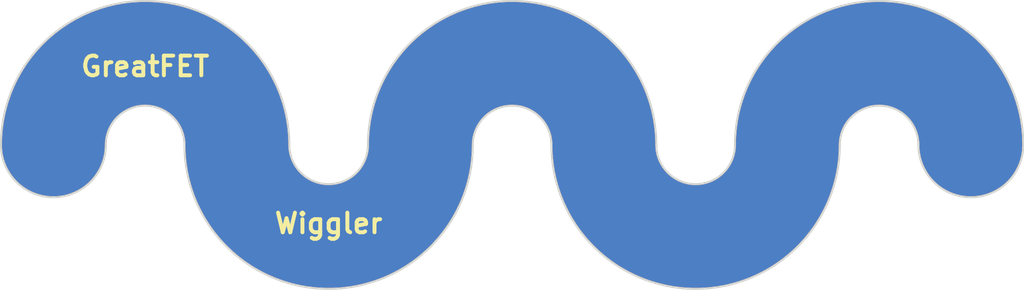
<source format=kicad_pcb>
(kicad_pcb (version 20221018) (generator pcbnew)

  (general
    (thickness 1.6)
  )

  (paper "A4")
  (layers
    (0 "F.Cu" signal)
    (31 "B.Cu" signal)
    (32 "B.Adhes" user "B.Adhesive")
    (33 "F.Adhes" user "F.Adhesive")
    (34 "B.Paste" user)
    (35 "F.Paste" user)
    (36 "B.SilkS" user "B.Silkscreen")
    (37 "F.SilkS" user "F.Silkscreen")
    (38 "B.Mask" user)
    (39 "F.Mask" user)
    (40 "Dwgs.User" user "User.Drawings")
    (41 "Cmts.User" user "User.Comments")
    (42 "Eco1.User" user "User.Eco1")
    (43 "Eco2.User" user "User.Eco2")
    (44 "Edge.Cuts" user)
    (45 "Margin" user)
    (46 "B.CrtYd" user "B.Courtyard")
    (47 "F.CrtYd" user "F.Courtyard")
    (48 "B.Fab" user)
    (49 "F.Fab" user)
  )

  (setup
    (pad_to_mask_clearance 0.2)
    (pcbplotparams
      (layerselection 0x0001020_80000001)
      (plot_on_all_layers_selection 0x0000000_00000000)
      (disableapertmacros false)
      (usegerberextensions false)
      (usegerberattributes true)
      (usegerberadvancedattributes true)
      (creategerberjobfile true)
      (dashed_line_dash_ratio 12.000000)
      (dashed_line_gap_ratio 3.000000)
      (svgprecision 4)
      (plotframeref false)
      (viasonmask false)
      (mode 1)
      (useauxorigin false)
      (hpglpennumber 1)
      (hpglpenspeed 20)
      (hpglpendiameter 15.000000)
      (dxfpolygonmode true)
      (dxfimperialunits true)
      (dxfusepcbnewfont true)
      (psnegative false)
      (psa4output false)
      (plotreference true)
      (plotvalue true)
      (plotinvisibletext false)
      (sketchpadsonfab false)
      (subtractmaskfromsilk false)
      (outputformat 1)
      (mirror false)
      (drillshape 0)
      (scaleselection 1)
      (outputdirectory "gerber")
    )
  )

  (net 0 "")

  (gr_arc (start 132 100) (mid 125 107) (end 118 100)
    (stroke (width 0.2) (type solid)) (layer "Cmts.User") (tstamp 3d4c9bac-baf0-425f-a429-224c61e7faef))
  (gr_arc (start 160 100) (mid 167 93) (end 174 100)
    (stroke (width 0.2) (type solid)) (layer "Cmts.User") (tstamp 839addb1-0b75-40f5-bcb4-ca9265f59b3e))
  (gr_arc (start 132 100) (mid 139 93) (end 146 100)
    (stroke (width 0.2) (type solid)) (layer "Cmts.User") (tstamp 86ff18d1-7d38-45e0-97a9-d9f12d5b8a0d))
  (gr_arc (start 160 100) (mid 153 107) (end 146 100)
    (stroke (width 0.2) (type solid)) (layer "Cmts.User") (tstamp aa97ec19-4337-4b60-be41-eb22ebafef8e))
  (gr_arc (start 104 100) (mid 111 93) (end 118 100)
    (stroke (width 0.2) (type solid)) (layer "Cmts.User") (tstamp eef008ce-dcfa-47b4-a50d-bcdf96b25439))
  (gr_arc (start 156 100) (mid 153 103) (end 150 100)
    (stroke (width 0.15) (type solid)) (layer "Edge.Cuts") (tstamp 28f18e0f-e14e-421f-b579-47c1ec2403ce))
  (gr_arc (start 108 100) (mid 111 97) (end 114 100)
    (stroke (width 0.15) (type solid)) (layer "Edge.Cuts") (tstamp 2e5dfd3d-eb1f-469e-ac1b-cdeaa16a3d12))
  (gr_arc (start 100 100) (mid 111 89) (end 122 100)
    (stroke (width 0.15) (type solid)) (layer "Edge.Cuts") (tstamp 375a4c01-520d-467a-a88e-0cc085f0bd29))
  (gr_arc (start 164 100) (mid 153 111) (end 142 100)
    (stroke (width 0.15) (type solid)) (layer "Edge.Cuts") (tstamp 69af3454-0089-4501-8bf5-f11372600a49))
  (gr_arc (start 108 100) (mid 104 104) (end 100 100)
    (stroke (width 0.15) (type solid)) (layer "Edge.Cuts") (tstamp 7882bf1e-61f7-4db8-b607-8becdc9201e4))
  (gr_arc (start 178 100) (mid 174 104) (end 170 100)
    (stroke (width 0.15) (type solid)) (layer "Edge.Cuts") (tstamp a3104423-d403-45ec-860c-cef9c9c1b3b6))
  (gr_arc (start 156 100) (mid 167 89) (end 178 100)
    (stroke (width 0.15) (type solid)) (layer "Edge.Cuts") (tstamp c92e48b4-7797-4ac7-a2f2-be51aadc0e71))
  (gr_arc (start 128 100) (mid 125 103) (end 122 100)
    (stroke (width 0.15) (type solid)) (layer "Edge.Cuts") (tstamp c9557585-887e-464e-83b5-5e3cfc9db611))
  (gr_arc (start 136 100) (mid 139 97) (end 142 100)
    (stroke (width 0.15) (type solid)) (layer "Edge.Cuts") (tstamp ca552a71-5d6a-44cb-8134-910f87fe344a))
  (gr_arc (start 164 100) (mid 167 97) (end 170 100)
    (stroke (width 0.15) (type solid)) (layer "Edge.Cuts") (tstamp cf3bb0be-1af5-4041-b579-85017c459275))
  (gr_arc (start 136 100) (mid 125 111) (end 114 100)
    (stroke (width 0.15) (type solid)) (layer "Edge.Cuts") (tstamp df7f3a4d-a7f9-4681-9eec-b7414282cb68))
  (gr_arc (start 128 100) (mid 139 89) (end 150 100)
    (stroke (width 0.15) (type solid)) (layer "Edge.Cuts") (tstamp ebfc3f7c-7cb4-4a8e-95c5-cd5574b0fe69))
  (gr_text "GreatFET" (at 111 94) (layer "F.SilkS") (tstamp 351f9c04-5139-43b9-a599-19e7e6f8a91c)
    (effects (font (size 1.5 1.5) (thickness 0.3)))
  )
  (gr_text "Wiggler" (at 125 106) (layer "F.SilkS") (tstamp be69c119-6e77-4f80-941a-212d595b7372)
    (effects (font (size 1.5 1.5) (thickness 0.3)))
  )

  (zone (net 0) (net_name "") (layer "F.Cu") (tstamp 00000000-0000-0000-0000-00005a9c15db) (hatch edge 0.508)
    (connect_pads (clearance 0.5))
    (min_thickness 6) (filled_areas_thickness no)
    (fill yes (thermal_gap 0.5) (thermal_bridge_width 8) (smoothing fillet) (radius 0.5))
    (polygon
      (pts
        (xy 100 104)
        (xy 108 104)
        (xy 108 100)
        (xy 114 100)
        (xy 114 111)
        (xy 136 111)
        (xy 136 100)
        (xy 142 100)
        (xy 142 111)
        (xy 164 111)
        (xy 164 100)
        (xy 170 100)
        (xy 170 104)
        (xy 178 104)
        (xy 178 89)
        (xy 156 89)
        (xy 156 100)
        (xy 150 100)
        (xy 150 89)
        (xy 128 89)
        (xy 128 100)
        (xy 122 100)
        (xy 122 89)
        (xy 100 89)
      )
    )
    (filled_polygon
      (layer "F.Cu")
      (island)
      (pts
        (xy 111.368113 89.082931)
        (xy 111.560773 89.094365)
        (xy 111.925664 89.116019)
        (xy 112.014202 89.123912)
        (xy 112.08495 89.132338)
        (xy 112.568846 89.189975)
        (xy 112.656713 89.203092)
        (xy 112.793811 89.227732)
        (xy 113.206453 89.301896)
        (xy 113.29343 89.320204)
        (xy 113.836346 89.451397)
        (xy 113.922065 89.474819)
        (xy 114.456285 89.637954)
        (xy 114.540455 89.66641)
        (xy 115.06406 89.860902)
        (xy 115.146409 89.894299)
        (xy 115.657578 90.11947)
        (xy 115.737779 90.157675)
        (xy 116.002707 90.293653)
        (xy 116.234719 90.412738)
        (xy 116.312558 90.455651)
        (xy 116.793479 90.739681)
        (xy 116.868625 90.787121)
        (xy 117.331888 91.099152)
        (xy 117.404093 91.150961)
        (xy 117.848051 91.489883)
        (xy 117.917077 91.545892)
        (xy 118.340171 91.910514)
        (xy 118.405756 91.970513)
        (xy 118.806505 92.359557)
        (xy 118.86841 92.423324)
        (xy 119.245419 92.835437)
        (xy 119.303443 92.902766)
        (xy 119.479409 93.119628)
        (xy 119.65537 93.336484)
        (xy 119.709306 93.407136)
        (xy 120.034918 93.860934)
        (xy 120.084579 93.934663)
        (xy 120.382735 94.406954)
        (xy 120.427936 94.483489)
        (xy 120.697594 94.972618)
        (xy 120.738185 95.051704)
        (xy 120.978381 95.555926)
        (xy 121.014212 95.637269)
        (xy 121.224132 96.154871)
        (xy 121.255076 96.238178)
        (xy 121.327126 96.451293)
        (xy 121.433961 96.7673)
        (xy 121.459921 96.852313)
        (xy 121.607142 97.39109)
        (xy 121.628021 97.477494)
        (xy 121.743067 98.024048)
        (xy 121.75879 98.111533)
        (xy 121.841258 98.663959)
        (xy 121.85177 98.752212)
        (xy 121.875296 99.016109)
        (xy 121.901365 99.308531)
        (xy 121.906631 99.397264)
        (xy 121.914766 99.671652)
        (xy 121.9245 100)
        (xy 121.9245 100.166749)
        (xy 121.940194 100.311047)
        (xy 121.960558 100.498291)
        (xy 122.032251 100.823998)
        (xy 122.138736 101.140033)
        (xy 122.27876 101.442691)
        (xy 122.278776 101.44272)
        (xy 122.450702 101.728464)
        (xy 122.450708 101.728472)
        (xy 122.652521 101.993953)
        (xy 122.652531 101.993965)
        (xy 122.881867 102.236072)
        (xy 122.881873 102.236077)
        (xy 122.881874 102.236078)
        (xy 123.136053 102.45198)
        (xy 123.412085 102.639135)
        (xy 123.706734 102.795348)
        (xy 124.016546 102.918788)
        (xy 124.18981 102.966894)
        (xy 124.337875 103.008005)
        (xy 124.337877 103.008005)
        (xy 124.337887 103.008008)
        (xy 124.666992 103.061962)
        (xy 124.955292 103.077593)
        (xy 124.999999 103.080017)
        (xy 125 103.080017)
        (xy 125.000001 103.080017)
        (xy 125.044708 103.077593)
        (xy 125.333008 103.061962)
        (xy 125.662113 103.008008)
        (xy 125.983454 102.918788)
        (xy 126.293266 102.795348)
        (xy 126.587915 102.639135)
        (xy 126.863947 102.45198)
        (xy 127.118126 102.236078)
        (xy 127.347472 101.993961)
        (xy 127.549296 101.728466)
        (xy 127.721232 101.442706)
        (xy 127.861264 101.140032)
        (xy 127.96775 100.823992)
        (xy 128.039442 100.498291)
        (xy 128.0755 100.166749)
        (xy 128.0755 100)
        (xy 128.093368 99.397251)
        (xy 128.098632 99.308555)
        (xy 128.148232 98.752179)
        (xy 128.158741 98.663959)
        (xy 128.174665 98.557294)
        (xy 128.241209 98.111533)
        (xy 128.256932 98.024048)
        (xy 128.260722 98.006046)
        (xy 128.371978 97.477491)
        (xy 128.392852 97.391108)
        (xy 128.540079 96.852308)
        (xy 128.566029 96.767327)
        (xy 128.744933 96.238148)
        (xy 128.775855 96.154902)
        (xy 128.985787 95.637269)
        (xy 129.021603 95.555958)
        (xy 129.261825 95.051682)
        (xy 129.302386 94.972654)
        (xy 129.572063 94.483487)
        (xy 129.617255 94.406967)
        (xy 129.915438 93.934635)
        (xy 129.965081 93.860934)
        (xy 130.290693 93.407136)
        (xy 130.344617 93.336498)
        (xy 130.696572 92.902747)
        (xy 130.754558 92.835462)
        (xy 131.131605 92.423306)
        (xy 131.193481 92.359569)
        (xy 131.594246 91.97051)
        (xy 131.659816 91.910524)
        (xy 132.08294 91.545876)
        (xy 132.15193 91.489896)
        (xy 132.595929 91.150944)
        (xy 132.668095 91.099163)
        (xy 133.131389 90.787111)
        (xy 133.206505 90.73969)
        (xy 133.687453 90.455643)
        (xy 133.76528 90.412738)
        (xy 133.785136 90.402546)
        (xy 134.262233 90.157669)
        (xy 134.342408 90.119476)
        (xy 134.853602 89.894293)
        (xy 134.935939 89.860902)
        (xy 135.014242 89.831816)
        (xy 135.459557 89.666405)
        (xy 135.543704 89.637957)
        (xy 136.077943 89.474816)
        (xy 136.163646 89.451398)
        (xy 136.365064 89.402727)
        (xy 136.706569 89.320204)
        (xy 136.793546 89.301896)
        (xy 137.195632 89.22963)
        (xy 137.343291 89.203091)
        (xy 137.431148 89.189975)
        (xy 137.9556 89.127508)
        (xy 137.985797 89.123912)
        (xy 138.074336 89.116019)
        (xy 138.439227 89.094365)
        (xy 138.631886 89.082931)
        (xy 138.720732 89.080298)
        (xy 139.279268 89.080298)
        (xy 139.368113 89.082931)
        (xy 139.560773 89.094365)
        (xy 139.925664 89.116019)
        (xy 140.014202 89.123912)
        (xy 140.08495 89.132338)
        (xy 140.568846 89.189975)
        (xy 140.656713 89.203092)
        (xy 140.793811 89.227732)
        (xy 141.206453 89.301896)
        (xy 141.29343 89.320204)
        (xy 141.836346 89.451397)
        (xy 141.922065 89.474819)
        (xy 142.456285 89.637954)
        (xy 142.540455 89.66641)
        (xy 143.06406 89.860902)
        (xy 143.146409 89.894299)
        (xy 143.657578 90.11947)
        (xy 143.737779 90.157675)
        (xy 144.002707 90.293653)
        (xy 144.234719 90.412738)
        (xy 144.312558 90.455651)
        (xy 144.793479 90.739681)
        (xy 144.868625 90.787121)
        (xy 145.331888 91.099152)
        (xy 145.404093 91.150961)
        (xy 145.848051 91.489883)
        (xy 145.917077 91.545892)
        (xy 146.340171 91.910514)
        (xy 146.405756 91.970513)
        (xy 146.806505 92.359557)
        (xy 146.86841 92.423324)
        (xy 147.245419 92.835437)
        (xy 147.303443 92.902766)
        (xy 147.479409 93.119628)
        (xy 147.65537 93.336484)
        (xy 147.709306 93.407136)
        (xy 148.034918 93.860934)
        (xy 148.084579 93.934663)
        (xy 148.382735 94.406954)
        (xy 148.427936 94.483489)
        (xy 148.697594 94.972618)
        (xy 148.738185 95.051704)
        (xy 148.978381 95.555926)
        (xy 149.014212 95.637269)
        (xy 149.224132 96.154871)
        (xy 149.255076 96.238178)
        (xy 149.327126 96.451293)
        (xy 149.433961 96.7673)
        (xy 149.459921 96.852313)
        (xy 149.607142 97.39109)
        (xy 149.628021 97.477494)
        (xy 149.743067 98.024048)
        (xy 149.75879 98.111533)
        (xy 149.841258 98.663959)
        (xy 149.85177 98.752212)
        (xy 149.875296 99.016109)
        (xy 149.901365 99.308531)
        (xy 149.906631 99.397264)
        (xy 149.914766 99.671652)
        (xy 149.9245 100)
        (xy 149.9245 100.166749)
        (xy 149.940194 100.311047)
        (xy 149.960558 100.498291)
        (xy 150.032251 100.823998)
        (xy 150.138736 101.140033)
        (xy 150.27876 101.442691)
        (xy 150.278776 101.44272)
        (xy 150.450702 101.728464)
        (xy 150.450708 101.728472)
        (xy 150.652521 101.993953)
        (xy 150.652531 101.993965)
        (xy 150.881867 102.236072)
        (xy 150.881873 102.236077)
        (xy 150.881874 102.236078)
        (xy 151.136053 102.45198)
        (xy 151.412085 102.639135)
        (xy 151.706734 102.795348)
        (xy 152.016546 102.918788)
        (xy 152.18981 102.966894)
        (xy 152.337875 103.008005)
        (xy 152.337877 103.008005)
        (xy 152.337887 103.008008)
        (xy 152.666992 103.061962)
        (xy 152.955292 103.077593)
        (xy 152.999999 103.080017)
        (xy 153 103.080017)
        (xy 153.000001 103.080017)
        (xy 153.044708 103.077593)
        (xy 153.333008 103.061962)
        (xy 153.662113 103.008008)
        (xy 153.983454 102.918788)
        (xy 154.293266 102.795348)
        (xy 154.587915 102.639135)
        (xy 154.863947 102.45198)
        (xy 155.118126 102.236078)
        (xy 155.347472 101.993961)
        (xy 155.549296 101.728466)
        (xy 155.721232 101.442706)
        (xy 155.861264 101.140032)
        (xy 155.96775 100.823992)
        (xy 156.039442 100.498291)
        (xy 156.0755 100.166749)
        (xy 156.0755 100)
        (xy 156.0755 99.999972)
        (xy 156.085207 99.67256)
        (xy 156.093369 99.397248)
        (xy 156.098632 99.308557)
        (xy 156.148232 98.752179)
        (xy 156.158741 98.663959)
        (xy 156.174665 98.557294)
        (xy 156.241209 98.111533)
        (xy 156.256932 98.024048)
        (xy 156.260722 98.006046)
        (xy 156.371978 97.477491)
        (xy 156.392852 97.391108)
        (xy 156.540079 96.852308)
        (xy 156.566029 96.767327)
        (xy 156.744933 96.238148)
        (xy 156.775855 96.154902)
        (xy 156.985787 95.637269)
        (xy 157.021603 95.555958)
        (xy 157.261825 95.051682)
        (xy 157.302386 94.972654)
        (xy 157.572063 94.483487)
        (xy 157.617255 94.406967)
        (xy 157.915438 93.934635)
        (xy 157.965081 93.860934)
        (xy 158.290693 93.407136)
        (xy 158.344617 93.336498)
        (xy 158.696572 92.902747)
        (xy 158.754558 92.835462)
        (xy 159.131605 92.423306)
        (xy 159.193481 92.359569)
        (xy 159.594246 91.97051)
        (xy 159.659816 91.910524)
        (xy 160.08294 91.545876)
        (xy 160.15193 91.489896)
        (xy 160.595929 91.150944)
        (xy 160.668095 91.099163)
        (xy 161.131389 90.787111)
        (xy 161.206505 90.73969)
        (xy 161.687453 90.455643)
        (xy 161.76528 90.412738)
        (xy 161.785136 90.402546)
        (xy 162.262233 90.157669)
        (xy 162.342408 90.119476)
        (xy 162.853602 89.894293)
        (xy 162.935939 89.860902)
        (xy 163.014242 89.831816)
        (xy 163.459557 89.666405)
        (xy 163.543704 89.637957)
        (xy 164.077943 89.474816)
        (xy 164.163646 89.451398)
        (xy 164.365064 89.402727)
        (xy 164.706569 89.320204)
        (xy 164.793546 89.301896)
        (xy 165.195632 89.22963)
        (xy 165.343291 89.203091)
        (xy 165.431148 89.189975)
        (xy 165.9556 89.127508)
        (xy 165.985797 89.123912)
        (xy 166.074336 89.116019)
        (xy 166.439227 89.094365)
        (xy 166.631886 89.082931)
        (xy 166.720732 89.080298)
        (xy 167.279268 89.080298)
        (xy 167.368113 89.082931)
        (xy 167.560773 89.094365)
        (xy 167.925664 89.116019)
        (xy 168.014202 89.123912)
        (xy 168.08495 89.132338)
        (xy 168.568846 89.189975)
        (xy 168.656713 89.203092)
        (xy 168.793811 89.227732)
        (xy 169.206453 89.301896)
        (xy 169.29343 89.320204)
        (xy 169.836346 89.451397)
        (xy 169.922065 89.474819)
        (xy 170.456285 89.637954)
        (xy 170.540455 89.66641)
        (xy 171.06406 89.860902)
        (xy 171.146409 89.894299)
        (xy 171.657578 90.11947)
        (xy 171.737779 90.157675)
        (xy 172.002707 90.293653)
        (xy 172.234719 90.412738)
        (xy 172.312558 90.455651)
        (xy 172.793479 90.739681)
        (xy 172.868625 90.787121)
        (xy 173.331888 91.099152)
        (xy 173.404093 91.150961)
        (xy 173.848051 91.489883)
        (xy 173.917077 91.545892)
        (xy 174.340171 91.910514)
        (xy 174.405756 91.970513)
        (xy 174.806505 92.359557)
        (xy 174.86841 92.423324)
        (xy 175.245419 92.835437)
        (xy 175.303443 92.902766)
        (xy 175.479409 93.119628)
        (xy 175.65537 93.336484)
        (xy 175.709306 93.407136)
        (xy 176.034918 93.860934)
        (xy 176.084579 93.934663)
        (xy 176.382735 94.406954)
        (xy 176.427936 94.483489)
        (xy 176.697594 94.972618)
        (xy 176.738185 95.051704)
        (xy 176.978381 95.555926)
        (xy 177.014212 95.637269)
        (xy 177.224132 96.154871)
        (xy 177.255076 96.238178)
        (xy 177.327126 96.451293)
        (xy 177.433961 96.7673)
        (xy 177.459921 96.852313)
        (xy 177.607142 97.39109)
        (xy 177.628021 97.477494)
        (xy 177.743067 98.024048)
        (xy 177.75879 98.111533)
        (xy 177.841258 98.663959)
        (xy 177.85177 98.752212)
        (xy 177.875296 99.016109)
        (xy 177.901365 99.308532)
        (xy 177.906631 99.397264)
        (xy 177.922749 99.940952)
        (xy 177.921601 100.059013)
        (xy 177.909219 100.311045)
        (xy 177.894788 100.457568)
        (xy 177.859909 100.692709)
        (xy 177.831181 100.837137)
        (xy 177.773418 101.067734)
        (xy 177.730677 101.208629)
        (xy 177.650596 101.432441)
        (xy 177.59425 101.568471)
        (xy 177.49262 101.783353)
        (xy 177.423204 101.91322)
        (xy 177.300991 102.117118)
        (xy 177.219199 102.239528)
        (xy 177.077593 102.430466)
        (xy 176.984179 102.544291)
        (xy 176.898219 102.639135)
        (xy 176.824541 102.720426)
        (xy 176.720426 102.824541)
        (xy 176.544297 102.984175)
        (xy 176.430466 103.077593)
        (xy 176.239528 103.219199)
        (xy 176.117118 103.300991)
        (xy 175.91322 103.423204)
        (xy 175.783353 103.49262)
        (xy 175.568471 103.59425)
        (xy 175.432441 103.650596)
        (xy 175.208629 103.730677)
        (xy 175.067734 103.773418)
        (xy 174.874874 103.821727)
        (xy 174.837133 103.831181)
        (xy 174.692709 103.859909)
        (xy 174.457567 103.894788)
        (xy 174.311041 103.909219)
        (xy 174.073622 103.920883)
        (xy 173.926379 103.920883)
        (xy 173.688959 103.909219)
        (xy 173.542433 103.894788)
        (xy 173.360739 103.867837)
        (xy 173.307286 103.859908)
        (xy 173.16287 103.831182)
        (xy 173.072735 103.808605)
        (xy 172.932265 103.773418)
        (xy 172.79137 103.730677)
        (xy 172.567558 103.650596)
        (xy 172.431528 103.59425)
        (xy 172.310354 103.536939)
        (xy 172.216634 103.492613)
        (xy 172.086779 103.423204)
        (xy 171.882881 103.300991)
        (xy 171.760471 103.219199)
        (xy 171.625279 103.118936)
        (xy 171.569523 103.077584)
        (xy 171.455717 102.984187)
        (xy 171.279563 102.824531)
        (xy 171.175468 102.720436)
        (xy 171.01581 102.54428)
        (xy 170.922416 102.430479)
        (xy 170.867528 102.35647)
        (xy 170.7808 102.239528)
        (xy 170.699008 102.117118)
        (xy 170.576795 101.91322)
        (xy 170.507389 101.783372)
        (xy 170.405749 101.568471)
        (xy 170.349403 101.432441)
        (xy 170.31491 101.33604)
        (xy 170.26932 101.208625)
        (xy 170.226581 101.067734)
        (xy 170.200077 100.961925)
        (xy 170.168813 100.837114)
        (xy 170.140094 100.692729)
        (xy 170.105211 100.457564)
        (xy 170.090781 100.311062)
        (xy 170.077305 100.036751)
        (xy 170.0755 99.963187)
        (xy 170.0755 99.833253)
        (xy 170.058023 99.67256)
        (xy 170.039442 99.501709)
        (xy 169.96775 99.176008)
        (xy 169.861264 98.859968)
        (xy 169.801647 98.731107)
        (xy 169.721239 98.557308)
        (xy 169.721235 98.557302)
        (xy 169.721232 98.557294)
        (xy 169.549296 98.271534)
        (xy 169.549291 98.271527)
        (xy 169.347478 98.006046)
        (xy 169.347468 98.006034)
        (xy 169.118132 97.763927)
        (xy 169.058805 97.713534)
        (xy 168.863947 97.54802)
        (xy 168.587915 97.360865)
        (xy 168.293266 97.204652)
        (xy 168.293265 97.204651)
        (xy 168.293264 97.204651)
        (xy 168.153145 97.148823)
        (xy 167.983454 97.081212)
        (xy 167.98345 97.081211)
        (xy 167.983448 97.08121)
        (xy 167.662124 96.991994)
        (xy 167.662114 96.991992)
        (xy 167.662113 96.991992)
        (xy 167.333008 96.938038)
        (xy 167.333002 96.938037)
        (xy 167.332998 96.938037)
        (xy 167.000001 96.919983)
        (xy 166.999999 96.919983)
        (xy 166.667002 96.938037)
        (xy 166.667001 96.938037)
        (xy 166.666996 96.938037)
        (xy 166.666992 96.938038)
        (xy 166.337887 96.991992)
        (xy 166.337875 96.991994)
        (xy 166.016551 97.08121)
        (xy 165.706735 97.204651)
        (xy 165.412081 97.360867)
        (xy 165.136054 97.548019)
        (xy 164.881867 97.763927)
        (xy 164.652531 98.006034)
        (xy 164.652521 98.006046)
        (xy 164.450708 98.271527)
        (xy 164.450702 98.271535)
        (xy 164.278776 98.557279)
        (xy 164.27876 98.557308)
        (xy 164.138736 98.859966)
        (xy 164.032251 99.176001)
        (xy 163.960558 99.501708)
        (xy 163.9245 99.833253)
        (xy 163.9245 100.000002)
        (xy 163.906631 100.602735)
        (xy 163.901365 100.691468)
        (xy 163.889551 100.823992)
        (xy 163.861377 101.140033)
        (xy 163.851772 101.247771)
        (xy 163.841258 101.33604)
        (xy 163.75879 101.888466)
        (xy 163.743067 101.975951)
        (xy 163.628021 102.522505)
        (xy 163.607142 102.608909)
        (xy 163.459921 103.147686)
        (xy 163.433961 103.232699)
        (xy 163.410873 103.300991)
        (xy 163.301075 103.625765)
        (xy 163.255085 103.761798)
        (xy 163.224132 103.845128)
        (xy 163.014212 104.36273)
        (xy 162.978381 104.444073)
        (xy 162.738185 104.948295)
        (xy 162.697594 105.027381)
        (xy 162.427936 105.51651)
        (xy 162.382735 105.593045)
        (xy 162.084579 106.065336)
        (xy 162.034918 106.139065)
        (xy 161.709306 106.592863)
        (xy 161.65537 106.663515)
        (xy 161.303449 107.097226)
        (xy 161.245419 107.164562)
        (xy 160.868422 107.576663)
        (xy 160.806505 107.640442)
        (xy 160.405756 108.029486)
        (xy 160.340171 108.089485)
        (xy 159.917077 108.454107)
        (xy 159.848051 108.510116)
        (xy 159.404093 108.849038)
        (xy 159.331872 108.900858)
        (xy 158.868631 109.212874)
        (xy 158.793464 109.260327)
        (xy 158.312558 109.544348)
        (xy 158.234719 109.587261)
        (xy 157.737797 109.842315)
        (xy 157.65755 109.880541)
        (xy 157.401987 109.993117)
        (xy 157.146431 110.105691)
        (xy 157.06406 110.139097)
        (xy 156.540455 110.333589)
        (xy 156.456254 110.362055)
        (xy 156.04374 110.488024)
        (xy 155.922093 110.525172)
        (xy 155.836346 110.548602)
        (xy 155.29343 110.679795)
        (xy 155.206453 110.698103)
        (xy 154.656722 110.796905)
        (xy 154.568812 110.810028)
        (xy 154.400849 110.830034)
        (xy 154.014204 110.876087)
        (xy 153.925668 110.88398)
        (xy 153.540248 110.906852)
        (xy 153.368108 110.917068)
        (xy 153.279269 110.919702)
        (xy 152.720731 110.919702)
        (xy 152.631891 110.917068)
        (xy 152.450934 110.906329)
        (xy 152.074331 110.88398)
        (xy 151.985795 110.876087)
        (xy 151.646647 110.835692)
        (xy 151.431182 110.810028)
        (xy 151.343277 110.796905)
        (xy 150.793546 110.698103)
        (xy 150.706569 110.679795)
        (xy 150.163653 110.548602)
        (xy 150.077912 110.525173)
        (xy 149.543734 110.362052)
        (xy 149.459544 110.333589)
        (xy 148.935939 110.139097)
        (xy 148.853568 110.105691)
        (xy 148.342436 109.880536)
        (xy 148.262202 109.842315)
        (xy 147.76528 109.587261)
        (xy 147.687441 109.544348)
        (xy 147.206535 109.260327)
        (xy 147.131368 109.212874)
        (xy 147.031668 109.145721)
        (xy 146.668118 108.900851)
        (xy 146.595906 108.849038)
        (xy 146.151948 108.510116)
        (xy 146.082922 108.454107)
        (xy 145.659828 108.089485)
        (xy 145.594243 108.029486)
        (xy 145.193494 107.640442)
        (xy 145.131589 107.576676)
        (xy 144.754573 107.164553)
        (xy 144.69655 107.097226)
        (xy 144.602732 106.981604)
        (xy 144.344629 106.663515)
        (xy 144.290693 106.592863)
        (xy 143.965081 106.139065)
        (xy 143.915428 106.065348)
        (xy 143.617264 105.593045)
        (xy 143.572063 105.51651)
        (xy 143.47162 105.334317)
        (xy 143.302393 105.027358)
        (xy 143.261814 104.948295)
        (xy 143.021609 104.444053)
        (xy 142.985787 104.36273)
        (xy 142.841268 104.006388)
        (xy 142.775859 103.845108)
        (xy 142.744929 103.76184)
        (xy 142.566032 103.232682)
        (xy 142.540078 103.147686)
        (xy 142.438253 102.775041)
        (xy 142.392854 102.608899)
        (xy 142.371978 102.522505)
        (xy 142.311686 102.236072)
        (xy 142.25693 101.975945)
        (xy 142.241209 101.888466)
        (xy 142.174667 101.44272)
        (xy 142.15874 101.336033)
        (xy 142.148232 101.247816)
        (xy 142.098632 100.691446)
        (xy 142.093368 100.602746)
        (xy 142.0755 100)
        (xy 142.0755 99.975469)
        (xy 142.0755 99.833251)
        (xy 142.039442 99.501709)
        (xy 141.96775 99.176008)
        (xy 141.861264 98.859968)
        (xy 141.801647 98.731107)
        (xy 141.721239 98.557308)
        (xy 141.721235 98.557302)
        (xy 141.721232 98.557294)
        (xy 141.549296 98.271534)
        (xy 141.549291 98.271527)
        (xy 141.347478 98.006046)
        (xy 141.347468 98.006034)
        (xy 141.118132 97.763927)
        (xy 141.058805 97.713534)
        (xy 140.863947 97.54802)
        (xy 140.587915 97.360865)
        (xy 140.293266 97.204652)
        (xy 140.293265 97.204651)
        (xy 140.293264 97.204651)
        (xy 140.153145 97.148823)
        (xy 139.983454 97.081212)
        (xy 139.98345 97.081211)
        (xy 139.983448 97.08121)
        (xy 139.662124 96.991994)
        (xy 139.662114 96.991992)
        (xy 139.662113 96.991992)
        (xy 139.333008 96.938038)
        (xy 139.333002 96.938037)
        (xy 139.332998 96.938037)
        (xy 139.000001 96.919983)
        (xy 138.999999 96.919983)
        (xy 138.667002 96.938037)
        (xy 138.667001 96.938037)
        (xy 138.666996 96.938037)
        (xy 138.666992 96.938038)
        (xy 138.337887 96.991992)
        (xy 138.337875 96.991994)
        (xy 138.016551 97.08121)
        (xy 137.706735 97.204651)
        (xy 137.412081 97.360867)
        (xy 137.136054 97.548019)
        (xy 136.881867 97.763927)
        (xy 136.652531 98.006034)
        (xy 136.652521 98.006046)
        (xy 136.450708 98.271527)
        (xy 136.450702 98.271535)
        (xy 136.278776 98.557279)
        (xy 136.27876 98.557308)
        (xy 136.138736 98.859966)
        (xy 136.032251 99.176001)
        (xy 135.960558 99.501708)
        (xy 135.9245 99.833253)
        (xy 135.9245 100.000002)
        (xy 135.906631 100.602735)
        (xy 135.901365 100.691468)
        (xy 135.889551 100.823992)
        (xy 135.861377 101.140033)
        (xy 135.851772 101.247771)
        (xy 135.841258 101.33604)
        (xy 135.75879 101.888466)
        (xy 135.743067 101.975951)
        (xy 135.628021 102.522505)
        (xy 135.607142 102.608909)
        (xy 135.459921 103.147686)
        (xy 135.433961 103.232699)
        (xy 135.410873 103.300991)
        (xy 135.301075 103.625765)
        (xy 135.255085 103.761798)
        (xy 135.224132 103.845128)
        (xy 135.014212 104.36273)
        (xy 134.978381 104.444073)
        (xy 134.738185 104.948295)
        (xy 134.697594 105.027381)
        (xy 134.427936 105.51651)
        (xy 134.382735 105.593045)
        (xy 134.084579 106.065336)
        (xy 134.034918 106.139065)
        (xy 133.709306 106.592863)
        (xy 133.65537 106.663515)
        (xy 133.303449 107.097226)
        (xy 133.245419 107.164562)
        (xy 132.868422 107.576663)
        (xy 132.806505 107.640442)
        (xy 132.405756 108.029486)
        (xy 132.340171 108.089485)
        (xy 131.917077 108.454107)
        (xy 131.848051 108.510116)
        (xy 131.404093 108.849038)
        (xy 131.331872 108.900858)
        (xy 130.868631 109.212874)
        (xy 130.793464 109.260327)
        (xy 130.312558 109.544348)
        (xy 130.234719 109.587261)
        (xy 129.737797 109.842315)
        (xy 129.65755 109.880541)
        (xy 129.401987 109.993117)
        (xy 129.146431 110.105691)
        (xy 129.06406 110.139097)
        (xy 128.540455 110.333589)
        (xy 128.456254 110.362055)
        (xy 128.04374 110.488024)
        (xy 127.922093 110.525172)
        (xy 127.836346 110.548602)
        (xy 127.29343 110.679795)
        (xy 127.206453 110.698103)
        (xy 126.656722 110.796905)
        (xy 126.568812 110.810028)
        (xy 126.400849 110.830034)
        (xy 126.014204 110.876087)
        (xy 125.925668 110.88398)
        (xy 125.540248 110.906852)
        (xy 125.368108 110.917068)
        (xy 125.279269 110.919702)
        (xy 124.720731 110.919702)
        (xy 124.631891 110.917068)
        (xy 124.450934 110.906329)
        (xy 124.074331 110.88398)
        (xy 123.985795 110.876087)
        (xy 123.646647 110.835692)
        (xy 123.431182 110.810028)
        (xy 123.343277 110.796905)
        (xy 122.793546 110.698103)
        (xy 122.706569 110.679795)
        (xy 122.163653 110.548602)
        (xy 122.077912 110.525173)
        (xy 121.543734 110.362052)
        (xy 121.459544 110.333589)
        (xy 120.935939 110.139097)
        (xy 120.853568 110.105691)
        (xy 120.342436 109.880536)
        (xy 120.262202 109.842315)
        (xy 119.76528 109.587261)
        (xy 119.687441 109.544348)
        (xy 119.206535 109.260327)
        (xy 119.131368 109.212874)
        (xy 119.031668 109.145721)
        (xy 118.668118 108.900851)
        (xy 118.595906 108.849038)
        (xy 118.151948 108.510116)
        (xy 118.082922 108.454107)
        (xy 117.659828 108.089485)
        (xy 117.594243 108.029486)
        (xy 117.193494 107.640442)
        (xy 117.131589 107.576676)
        (xy 116.754573 107.164553)
        (xy 116.69655 107.097226)
        (xy 116.602732 106.981604)
        (xy 116.344629 106.663515)
        (xy 116.290693 106.592863)
        (xy 115.965081 106.139065)
        (xy 115.915428 106.065348)
        (xy 115.617264 105.593045)
        (xy 115.572063 105.51651)
        (xy 115.47162 105.334317)
        (xy 115.302393 105.027358)
        (xy 115.261814 104.948295)
        (xy 115.021609 104.444053)
        (xy 114.985787 104.36273)
        (xy 114.841268 104.006388)
        (xy 114.775859 103.845108)
        (xy 114.744929 103.76184)
        (xy 114.566032 103.232682)
        (xy 114.540078 103.147686)
        (xy 114.438253 102.775041)
        (xy 114.392854 102.608899)
        (xy 114.371978 102.522505)
        (xy 114.311686 102.236072)
        (xy 114.25693 101.975945)
        (xy 114.241209 101.888466)
        (xy 114.174667 101.44272)
        (xy 114.15874 101.336033)
        (xy 114.148232 101.247816)
        (xy 114.098632 100.691446)
        (xy 114.093368 100.602746)
        (xy 114.0755 100)
        (xy 114.0755 99.975469)
        (xy 114.0755 99.833251)
        (xy 114.039442 99.501709)
        (xy 113.96775 99.176008)
        (xy 113.861264 98.859968)
        (xy 113.801647 98.731107)
        (xy 113.721239 98.557308)
        (xy 113.721235 98.557302)
        (xy 113.721232 98.557294)
        (xy 113.549296 98.271534)
        (xy 113.549291 98.271527)
        (xy 113.347478 98.006046)
        (xy 113.347468 98.006034)
        (xy 113.118132 97.763927)
        (xy 113.058805 97.713534)
        (xy 112.863947 97.54802)
        (xy 112.587915 97.360865)
        (xy 112.293266 97.204652)
        (xy 112.293265 97.204651)
        (xy 112.293264 97.204651)
        (xy 112.153145 97.148823)
        (xy 111.983454 97.081212)
        (xy 111.98345 97.081211)
        (xy 111.983448 97.08121)
        (xy 111.662124 96.991994)
        (xy 111.662114 96.991992)
        (xy 111.662113 96.991992)
        (xy 111.333008 96.938038)
        (xy 111.333002 96.938037)
        (xy 111.332998 96.938037)
        (xy 111.000001 96.919983)
        (xy 110.999999 96.919983)
        (xy 110.667002 96.938037)
        (xy 110.667001 96.938037)
        (xy 110.666996 96.938037)
        (xy 110.666992 96.938038)
        (xy 110.337887 96.991992)
        (xy 110.337875 96.991994)
        (xy 110.016551 97.08121)
        (xy 109.706735 97.204651)
        (xy 109.412081 97.360867)
        (xy 109.136054 97.548019)
        (xy 108.881867 97.763927)
        (xy 108.652531 98.006034)
        (xy 108.652521 98.006046)
        (xy 108.450708 98.271527)
        (xy 108.450702 98.271535)
        (xy 108.278776 98.557279)
        (xy 108.27876 98.557308)
        (xy 108.138736 98.859966)
        (xy 108.032251 99.176001)
        (xy 107.960558 99.501708)
        (xy 107.9245 99.833253)
        (xy 107.9245 99.963192)
        (xy 107.922693 100.036784)
        (xy 107.909219 100.311047)
        (xy 107.894788 100.457569)
        (xy 107.859909 100.692709)
        (xy 107.831181 100.837137)
        (xy 107.773418 101.067734)
        (xy 107.730677 101.208629)
        (xy 107.650596 101.432441)
        (xy 107.59425 101.568471)
        (xy 107.49262 101.783353)
        (xy 107.423204 101.91322)
        (xy 107.300991 102.117118)
        (xy 107.219199 102.239528)
        (xy 107.077593 102.430466)
        (xy 106.984179 102.544291)
        (xy 106.898219 102.639135)
        (xy 106.824541 102.720426)
        (xy 106.720426 102.824541)
        (xy 106.544297 102.984175)
        (xy 106.430466 103.077593)
        (xy 106.239528 103.219199)
        (xy 106.117118 103.300991)
        (xy 105.91322 103.423204)
        (xy 105.783353 103.49262)
        (xy 105.568471 103.59425)
        (xy 105.432441 103.650596)
        (xy 105.208629 103.730677)
        (xy 105.067734 103.773418)
        (xy 104.874874 103.821727)
        (xy 104.837133 103.831181)
        (xy 104.692709 103.859909)
        (xy 104.457567 103.894788)
        (xy 104.311041 103.909219)
        (xy 104.073622 103.920883)
        (xy 103.926379 103.920883)
        (xy 103.688959 103.909219)
        (xy 103.542433 103.894788)
        (xy 103.360739 103.867837)
        (xy 103.307286 103.859908)
        (xy 103.16287 103.831182)
        (xy 103.072735 103.808605)
        (xy 102.932265 103.773418)
        (xy 102.79137 103.730677)
        (xy 102.567558 103.650596)
        (xy 102.431528 103.59425)
        (xy 102.310354 103.536939)
        (xy 102.216634 103.492613)
        (xy 102.086779 103.423204)
        (xy 101.882881 103.300991)
        (xy 101.760471 103.219199)
        (xy 101.625279 103.118936)
        (xy 101.569523 103.077584)
        (xy 101.455717 102.984187)
        (xy 101.279563 102.824531)
        (xy 101.175468 102.720436)
        (xy 101.01581 102.54428)
        (xy 100.922416 102.430479)
        (xy 100.867528 102.35647)
        (xy 100.7808 102.239528)
        (xy 100.699008 102.117118)
        (xy 100.576795 101.91322)
        (xy 100.507389 101.783372)
        (xy 100.405749 101.568471)
        (xy 100.349403 101.432441)
        (xy 100.31491 101.33604)
        (xy 100.26932 101.208625)
        (xy 100.226581 101.067734)
        (xy 100.200077 100.961925)
        (xy 100.168813 100.837114)
        (xy 100.140094 100.692729)
        (xy 100.105209 100.457556)
        (xy 100.090782 100.311066)
        (xy 100.078397 100.058982)
        (xy 100.07725 99.940965)
        (xy 100.093369 99.397243)
        (xy 100.098632 99.308557)
        (xy 100.148232 98.752179)
        (xy 100.158741 98.663959)
        (xy 100.174665 98.557294)
        (xy 100.241209 98.111533)
        (xy 100.256932 98.024048)
        (xy 100.260722 98.006046)
        (xy 100.371978 97.477491)
        (xy 100.392852 97.391108)
        (xy 100.540079 96.852308)
        (xy 100.566029 96.767327)
        (xy 100.744933 96.238148)
        (xy 100.775855 96.154902)
        (xy 100.985787 95.637269)
        (xy 101.021603 95.555958)
        (xy 101.261825 95.051682)
        (xy 101.302386 94.972654)
        (xy 101.572063 94.483487)
        (xy 101.617255 94.406967)
        (xy 101.915438 93.934635)
        (xy 101.965081 93.860934)
        (xy 102.290693 93.407136)
        (xy 102.344617 93.336498)
        (xy 102.696572 92.902747)
        (xy 102.754558 92.835462)
        (xy 103.131605 92.423306)
        (xy 103.193481 92.359569)
        (xy 103.594246 91.97051)
        (xy 103.659816 91.910524)
        (xy 104.08294 91.545876)
        (xy 104.15193 91.489896)
        (xy 104.595929 91.150944)
        (xy 104.668095 91.099163)
        (xy 105.131389 90.787111)
        (xy 105.206505 90.73969)
        (xy 105.687453 90.455643)
        (xy 105.76528 90.412738)
        (xy 105.785136 90.402546)
        (xy 106.262233 90.157669)
        (xy 106.342408 90.119476)
        (xy 106.853602 89.894293)
        (xy 106.935939 89.860902)
        (xy 107.014242 89.831816)
        (xy 107.459557 89.666405)
        (xy 107.543704 89.637957)
        (xy 108.077943 89.474816)
        (xy 108.163646 89.451398)
        (xy 108.365064 89.402727)
        (xy 108.706569 89.320204)
        (xy 108.793546 89.301896)
        (xy 109.195632 89.22963)
        (xy 109.343291 89.203091)
        (xy 109.431148 89.189975)
        (xy 109.9556 89.127508)
        (xy 109.985797 89.123912)
        (xy 110.074336 89.116019)
        (xy 110.439227 89.094365)
        (xy 110.631886 89.082931)
        (xy 110.720732 89.080298)
        (xy 111.279268 89.080298)
      )
    )
  )
  (zone (net 0) (net_name "") (layer "B.Cu") (tstamp 00000000-0000-0000-0000-00005a9c1570) (hatch edge 0.508)
    (connect_pads (clearance 0.5))
    (min_thickness 6) (filled_areas_thickness no)
    (fill yes (thermal_gap 0.5) (thermal_bridge_width 8) (smoothing fillet) (radius 0.5))
    (polygon
      (pts
        (xy 100 104)
        (xy 108 104)
        (xy 108 100)
        (xy 114 100)
        (xy 114 111)
        (xy 136 111)
        (xy 136 100)
        (xy 142 100)
        (xy 142 111)
        (xy 164 111)
        (xy 164 100)
        (xy 170 100)
        (xy 170 104)
        (xy 178 104)
        (xy 178 89)
        (xy 156 89)
        (xy 156 100)
        (xy 150 100)
        (xy 150 89)
        (xy 128 89)
        (xy 128 100)
        (xy 122 100)
        (xy 122 89)
        (xy 100 89)
      )
    )
    (filled_polygon
      (layer "B.Cu")
      (island)
      (pts
        (xy 111.368113 89.082931)
        (xy 111.560773 89.094365)
        (xy 111.925664 89.116019)
        (xy 112.014202 89.123912)
        (xy 112.08495 89.132338)
        (xy 112.568846 89.189975)
        (xy 112.656713 89.203092)
        (xy 112.793811 89.227732)
        (xy 113.206453 89.301896)
        (xy 113.29343 89.320204)
        (xy 113.836346 89.451397)
        (xy 113.922065 89.474819)
        (xy 114.456285 89.637954)
        (xy 114.540455 89.66641)
        (xy 115.06406 89.860902)
        (xy 115.146409 89.894299)
        (xy 115.657578 90.11947)
        (xy 115.737779 90.157675)
        (xy 116.002707 90.293653)
        (xy 116.234719 90.412738)
        (xy 116.312558 90.455651)
        (xy 116.793479 90.739681)
        (xy 116.868625 90.787121)
        (xy 117.331888 91.099152)
        (xy 117.404093 91.150961)
        (xy 117.848051 91.489883)
        (xy 117.917077 91.545892)
        (xy 118.340171 91.910514)
        (xy 118.405756 91.970513)
        (xy 118.806505 92.359557)
        (xy 118.86841 92.423324)
        (xy 119.245419 92.835437)
        (xy 119.303443 92.902766)
        (xy 119.479409 93.119628)
        (xy 119.65537 93.336484)
        (xy 119.709306 93.407136)
        (xy 120.034918 93.860934)
        (xy 120.084579 93.934663)
        (xy 120.382735 94.406954)
        (xy 120.427936 94.483489)
        (xy 120.697594 94.972618)
        (xy 120.738185 95.051704)
        (xy 120.978381 95.555926)
        (xy 121.014212 95.637269)
        (xy 121.224132 96.154871)
        (xy 121.255076 96.238178)
        (xy 121.327126 96.451293)
        (xy 121.433961 96.7673)
        (xy 121.459921 96.852313)
        (xy 121.607142 97.39109)
        (xy 121.628021 97.477494)
        (xy 121.743067 98.024048)
        (xy 121.75879 98.111533)
        (xy 121.841258 98.663959)
        (xy 121.85177 98.752212)
        (xy 121.875296 99.016109)
        (xy 121.901365 99.308531)
        (xy 121.906631 99.397264)
        (xy 121.914766 99.671652)
        (xy 121.9245 100)
        (xy 121.9245 100.166749)
        (xy 121.940194 100.311047)
        (xy 121.960558 100.498291)
        (xy 122.032251 100.823998)
        (xy 122.138736 101.140033)
        (xy 122.27876 101.442691)
        (xy 122.278776 101.44272)
        (xy 122.450702 101.728464)
        (xy 122.450708 101.728472)
        (xy 122.652521 101.993953)
        (xy 122.652531 101.993965)
        (xy 122.881867 102.236072)
        (xy 122.881873 102.236077)
        (xy 122.881874 102.236078)
        (xy 123.136053 102.45198)
        (xy 123.412085 102.639135)
        (xy 123.706734 102.795348)
        (xy 124.016546 102.918788)
        (xy 124.18981 102.966894)
        (xy 124.337875 103.008005)
        (xy 124.337877 103.008005)
        (xy 124.337887 103.008008)
        (xy 124.666992 103.061962)
        (xy 124.955292 103.077593)
        (xy 124.999999 103.080017)
        (xy 125 103.080017)
        (xy 125.000001 103.080017)
        (xy 125.044708 103.077593)
        (xy 125.333008 103.061962)
        (xy 125.662113 103.008008)
        (xy 125.983454 102.918788)
        (xy 126.293266 102.795348)
        (xy 126.587915 102.639135)
        (xy 126.863947 102.45198)
        (xy 127.118126 102.236078)
        (xy 127.347472 101.993961)
        (xy 127.549296 101.728466)
        (xy 127.721232 101.442706)
        (xy 127.861264 101.140032)
        (xy 127.96775 100.823992)
        (xy 128.039442 100.498291)
        (xy 128.0755 100.166749)
        (xy 128.0755 100)
        (xy 128.093368 99.397251)
        (xy 128.098632 99.308555)
        (xy 128.148232 98.752179)
        (xy 128.158741 98.663959)
        (xy 128.174665 98.557294)
        (xy 128.241209 98.111533)
        (xy 128.256932 98.024048)
        (xy 128.260722 98.006046)
        (xy 128.371978 97.477491)
        (xy 128.392852 97.391108)
        (xy 128.540079 96.852308)
        (xy 128.566029 96.767327)
        (xy 128.744933 96.238148)
        (xy 128.775855 96.154902)
        (xy 128.985787 95.637269)
        (xy 129.021603 95.555958)
        (xy 129.261825 95.051682)
        (xy 129.302386 94.972654)
        (xy 129.572063 94.483487)
        (xy 129.617255 94.406967)
        (xy 129.915438 93.934635)
        (xy 129.965081 93.860934)
        (xy 130.290693 93.407136)
        (xy 130.344617 93.336498)
        (xy 130.696572 92.902747)
        (xy 130.754558 92.835462)
        (xy 131.131605 92.423306)
        (xy 131.193481 92.359569)
        (xy 131.594246 91.97051)
        (xy 131.659816 91.910524)
        (xy 132.08294 91.545876)
        (xy 132.15193 91.489896)
        (xy 132.595929 91.150944)
        (xy 132.668095 91.099163)
        (xy 133.131389 90.787111)
        (xy 133.206505 90.73969)
        (xy 133.687453 90.455643)
        (xy 133.76528 90.412738)
        (xy 133.785136 90.402546)
        (xy 134.262233 90.157669)
        (xy 134.342408 90.119476)
        (xy 134.853602 89.894293)
        (xy 134.935939 89.860902)
        (xy 135.014242 89.831816)
        (xy 135.459557 89.666405)
        (xy 135.543704 89.637957)
        (xy 136.077943 89.474816)
        (xy 136.163646 89.451398)
        (xy 136.365064 89.402727)
        (xy 136.706569 89.320204)
        (xy 136.793546 89.301896)
        (xy 137.195632 89.22963)
        (xy 137.343291 89.203091)
        (xy 137.431148 89.189975)
        (xy 137.9556 89.127508)
        (xy 137.985797 89.123912)
        (xy 138.074336 89.116019)
        (xy 138.439227 89.094365)
        (xy 138.631886 89.082931)
        (xy 138.720732 89.080298)
        (xy 139.279268 89.080298)
        (xy 139.368113 89.082931)
        (xy 139.560773 89.094365)
        (xy 139.925664 89.116019)
        (xy 140.014202 89.123912)
        (xy 140.08495 89.132338)
        (xy 140.568846 89.189975)
        (xy 140.656713 89.203092)
        (xy 140.793811 89.227732)
        (xy 141.206453 89.301896)
        (xy 141.29343 89.320204)
        (xy 141.836346 89.451397)
        (xy 141.922065 89.474819)
        (xy 142.456285 89.637954)
        (xy 142.540455 89.66641)
        (xy 143.06406 89.860902)
        (xy 143.146409 89.894299)
        (xy 143.657578 90.11947)
        (xy 143.737779 90.157675)
        (xy 144.002707 90.293653)
        (xy 144.234719 90.412738)
        (xy 144.312558 90.455651)
        (xy 144.793479 90.739681)
        (xy 144.868625 90.787121)
        (xy 145.331888 91.099152)
        (xy 145.404093 91.150961)
        (xy 145.848051 91.489883)
        (xy 145.917077 91.545892)
        (xy 146.340171 91.910514)
        (xy 146.405756 91.970513)
        (xy 146.806505 92.359557)
        (xy 146.86841 92.423324)
        (xy 147.245419 92.835437)
        (xy 147.303443 92.902766)
        (xy 147.479409 93.119628)
        (xy 147.65537 93.336484)
        (xy 147.709306 93.407136)
        (xy 148.034918 93.860934)
        (xy 148.084579 93.934663)
        (xy 148.382735 94.406954)
        (xy 148.427936 94.483489)
        (xy 148.697594 94.972618)
        (xy 148.738185 95.051704)
        (xy 148.978381 95.555926)
        (xy 149.014212 95.637269)
        (xy 149.224132 96.154871)
        (xy 149.255076 96.238178)
        (xy 149.327126 96.451293)
        (xy 149.433961 96.7673)
        (xy 149.459921 96.852313)
        (xy 149.607142 97.39109)
        (xy 149.628021 97.477494)
        (xy 149.743067 98.024048)
        (xy 149.75879 98.111533)
        (xy 149.841258 98.663959)
        (xy 149.85177 98.752212)
        (xy 149.875296 99.016109)
        (xy 149.901365 99.308531)
        (xy 149.906631 99.397264)
        (xy 149.914766 99.671652)
        (xy 149.9245 100)
        (xy 149.9245 100.166749)
        (xy 149.940194 100.311047)
        (xy 149.960558 100.498291)
        (xy 150.032251 100.823998)
        (xy 150.138736 101.140033)
        (xy 150.27876 101.442691)
        (xy 150.278776 101.44272)
        (xy 150.450702 101.728464)
        (xy 150.450708 101.728472)
        (xy 150.652521 101.993953)
        (xy 150.652531 101.993965)
        (xy 150.881867 102.236072)
        (xy 150.881873 102.236077)
        (xy 150.881874 102.236078)
        (xy 151.136053 102.45198)
        (xy 151.412085 102.639135)
        (xy 151.706734 102.795348)
        (xy 152.016546 102.918788)
        (xy 152.18981 102.966894)
        (xy 152.337875 103.008005)
        (xy 152.337877 103.008005)
        (xy 152.337887 103.008008)
        (xy 152.666992 103.061962)
        (xy 152.955292 103.077593)
        (xy 152.999999 103.080017)
        (xy 153 103.080017)
        (xy 153.000001 103.080017)
        (xy 153.044708 103.077593)
        (xy 153.333008 103.061962)
        (xy 153.662113 103.008008)
        (xy 153.983454 102.918788)
        (xy 154.293266 102.795348)
        (xy 154.587915 102.639135)
        (xy 154.863947 102.45198)
        (xy 155.118126 102.236078)
        (xy 155.347472 101.993961)
        (xy 155.549296 101.728466)
        (xy 155.721232 101.442706)
        (xy 155.861264 101.140032)
        (xy 155.96775 100.823992)
        (xy 156.039442 100.498291)
        (xy 156.0755 100.166749)
        (xy 156.0755 100)
        (xy 156.0755 99.999972)
        (xy 156.085207 99.67256)
        (xy 156.093369 99.397248)
        (xy 156.098632 99.308557)
        (xy 156.148232 98.752179)
        (xy 156.158741 98.663959)
        (xy 156.174665 98.557294)
        (xy 156.241209 98.111533)
        (xy 156.256932 98.024048)
        (xy 156.260722 98.006046)
        (xy 156.371978 97.477491)
        (xy 156.392852 97.391108)
        (xy 156.540079 96.852308)
        (xy 156.566029 96.767327)
        (xy 156.744933 96.238148)
        (xy 156.775855 96.154902)
        (xy 156.985787 95.637269)
        (xy 157.021603 95.555958)
        (xy 157.261825 95.051682)
        (xy 157.302386 94.972654)
        (xy 157.572063 94.483487)
        (xy 157.617255 94.406967)
        (xy 157.915438 93.934635)
        (xy 157.965081 93.860934)
        (xy 158.290693 93.407136)
        (xy 158.344617 93.336498)
        (xy 158.696572 92.902747)
        (xy 158.754558 92.835462)
        (xy 159.131605 92.423306)
        (xy 159.193481 92.359569)
        (xy 159.594246 91.97051)
        (xy 159.659816 91.910524)
        (xy 160.08294 91.545876)
        (xy 160.15193 91.489896)
        (xy 160.595929 91.150944)
        (xy 160.668095 91.099163)
        (xy 161.131389 90.787111)
        (xy 161.206505 90.73969)
        (xy 161.687453 90.455643)
        (xy 161.76528 90.412738)
        (xy 161.785136 90.402546)
        (xy 162.262233 90.157669)
        (xy 162.342408 90.119476)
        (xy 162.853602 89.894293)
        (xy 162.935939 89.860902)
        (xy 163.014242 89.831816)
        (xy 163.459557 89.666405)
        (xy 163.543704 89.637957)
        (xy 164.077943 89.474816)
        (xy 164.163646 89.451398)
        (xy 164.365064 89.402727)
        (xy 164.706569 89.320204)
        (xy 164.793546 89.301896)
        (xy 165.195632 89.22963)
        (xy 165.343291 89.203091)
        (xy 165.431148 89.189975)
        (xy 165.9556 89.127508)
        (xy 165.985797 89.123912)
        (xy 166.074336 89.116019)
        (xy 166.439227 89.094365)
        (xy 166.631886 89.082931)
        (xy 166.720732 89.080298)
        (xy 167.279268 89.080298)
        (xy 167.368113 89.082931)
        (xy 167.560773 89.094365)
        (xy 167.925664 89.116019)
        (xy 168.014202 89.123912)
        (xy 168.08495 89.132338)
        (xy 168.568846 89.189975)
        (xy 168.656713 89.203092)
        (xy 168.793811 89.227732)
        (xy 169.206453 89.301896)
        (xy 169.29343 89.320204)
        (xy 169.836346 89.451397)
        (xy 169.922065 89.474819)
        (xy 170.456285 89.637954)
        (xy 170.540455 89.66641)
        (xy 171.06406 89.860902)
        (xy 171.146409 89.894299)
        (xy 171.657578 90.11947)
        (xy 171.737779 90.157675)
        (xy 172.002707 90.293653)
        (xy 172.234719 90.412738)
        (xy 172.312558 90.455651)
        (xy 172.793479 90.739681)
        (xy 172.868625 90.787121)
        (xy 173.331888 91.099152)
        (xy 173.404093 91.150961)
        (xy 173.848051 91.489883)
        (xy 173.917077 91.545892)
        (xy 174.340171 91.910514)
        (xy 174.405756 91.970513)
        (xy 174.806505 92.359557)
        (xy 174.86841 92.423324)
        (xy 175.245419 92.835437)
        (xy 175.303443 92.902766)
        (xy 175.479409 93.119628)
        (xy 175.65537 93.336484)
        (xy 175.709306 93.407136)
        (xy 176.034918 93.860934)
        (xy 176.084579 93.934663)
        (xy 176.382735 94.406954)
        (xy 176.427936 94.483489)
        (xy 176.697594 94.972618)
        (xy 176.738185 95.051704)
        (xy 176.978381 95.555926)
        (xy 177.014212 95.637269)
        (xy 177.224132 96.154871)
        (xy 177.255076 96.238178)
        (xy 177.327126 96.451293)
        (xy 177.433961 96.7673)
        (xy 177.459921 96.852313)
        (xy 177.607142 97.39109)
        (xy 177.628021 97.477494)
        (xy 177.743067 98.024048)
        (xy 177.75879 98.111533)
        (xy 177.841258 98.663959)
        (xy 177.85177 98.752212)
        (xy 177.875296 99.016109)
        (xy 177.901365 99.308532)
        (xy 177.906631 99.397264)
        (xy 177.922749 99.940952)
        (xy 177.921601 100.059013)
        (xy 177.909219 100.311045)
        (xy 177.894788 100.457568)
        (xy 177.859909 100.692709)
        (xy 177.831181 100.837137)
        (xy 177.773418 101.067734)
        (xy 177.730677 101.208629)
        (xy 177.650596 101.432441)
        (xy 177.59425 101.568471)
        (xy 177.49262 101.783353)
        (xy 177.423204 101.91322)
        (xy 177.300991 102.117118)
        (xy 177.219199 102.239528)
        (xy 177.077593 102.430466)
        (xy 176.984179 102.544291)
        (xy 176.898219 102.639135)
        (xy 176.824541 102.720426)
        (xy 176.720426 102.824541)
        (xy 176.544297 102.984175)
        (xy 176.430466 103.077593)
        (xy 176.239528 103.219199)
        (xy 176.117118 103.300991)
        (xy 175.91322 103.423204)
        (xy 175.783353 103.49262)
        (xy 175.568471 103.59425)
        (xy 175.432441 103.650596)
        (xy 175.208629 103.730677)
        (xy 175.067734 103.773418)
        (xy 174.874874 103.821727)
        (xy 174.837133 103.831181)
        (xy 174.692709 103.859909)
        (xy 174.457567 103.894788)
        (xy 174.311041 103.909219)
        (xy 174.073622 103.920883)
        (xy 173.926379 103.920883)
        (xy 173.688959 103.909219)
        (xy 173.542433 103.894788)
        (xy 173.360739 103.867837)
        (xy 173.307286 103.859908)
        (xy 173.16287 103.831182)
        (xy 173.072735 103.808605)
        (xy 172.932265 103.773418)
        (xy 172.79137 103.730677)
        (xy 172.567558 103.650596)
        (xy 172.431528 103.59425)
        (xy 172.310354 103.536939)
        (xy 172.216634 103.492613)
        (xy 172.086779 103.423204)
        (xy 171.882881 103.300991)
        (xy 171.760471 103.219199)
        (xy 171.625279 103.118936)
        (xy 171.569523 103.077584)
        (xy 171.455717 102.984187)
        (xy 171.279563 102.824531)
        (xy 171.175468 102.720436)
        (xy 171.01581 102.54428)
        (xy 170.922416 102.430479)
        (xy 170.867528 102.35647)
        (xy 170.7808 102.239528)
        (xy 170.699008 102.117118)
        (xy 170.576795 101.91322)
        (xy 170.507389 101.783372)
        (xy 170.405749 101.568471)
        (xy 170.349403 101.432441)
        (xy 170.31491 101.33604)
        (xy 170.26932 101.208625)
        (xy 170.226581 101.067734)
        (xy 170.200077 100.961925)
        (xy 170.168813 100.837114)
        (xy 170.140094 100.692729)
        (xy 170.105211 100.457564)
        (xy 170.090781 100.311062)
        (xy 170.077305 100.036751)
        (xy 170.0755 99.963187)
        (xy 170.0755 99.833253)
        (xy 170.058023 99.67256)
        (xy 170.039442 99.501709)
        (xy 169.96775 99.176008)
        (xy 169.861264 98.859968)
        (xy 169.801647 98.731107)
        (xy 169.721239 98.557308)
        (xy 169.721235 98.557302)
        (xy 169.721232 98.557294)
        (xy 169.549296 98.271534)
        (xy 169.549291 98.271527)
        (xy 169.347478 98.006046)
        (xy 169.347468 98.006034)
        (xy 169.118132 97.763927)
        (xy 169.058805 97.713534)
        (xy 168.863947 97.54802)
        (xy 168.587915 97.360865)
        (xy 168.293266 97.204652)
        (xy 168.293265 97.204651)
        (xy 168.293264 97.204651)
        (xy 168.153145 97.148823)
        (xy 167.983454 97.081212)
        (xy 167.98345 97.081211)
        (xy 167.983448 97.08121)
        (xy 167.662124 96.991994)
        (xy 167.662114 96.991992)
        (xy 167.662113 96.991992)
        (xy 167.333008 96.938038)
        (xy 167.333002 96.938037)
        (xy 167.332998 96.938037)
        (xy 167.000001 96.919983)
        (xy 166.999999 96.919983)
        (xy 166.667002 96.938037)
        (xy 166.667001 96.938037)
        (xy 166.666996 96.938037)
        (xy 166.666992 96.938038)
        (xy 166.337887 96.991992)
        (xy 166.337875 96.991994)
        (xy 166.016551 97.08121)
        (xy 165.706735 97.204651)
        (xy 165.412081 97.360867)
        (xy 165.136054 97.548019)
        (xy 164.881867 97.763927)
        (xy 164.652531 98.006034)
        (xy 164.652521 98.006046)
        (xy 164.450708 98.271527)
        (xy 164.450702 98.271535)
        (xy 164.278776 98.557279)
        (xy 164.27876 98.557308)
        (xy 164.138736 98.859966)
        (xy 164.032251 99.176001)
        (xy 163.960558 99.501708)
        (xy 163.9245 99.833253)
        (xy 163.9245 100.000002)
        (xy 163.906631 100.602735)
        (xy 163.901365 100.691468)
        (xy 163.889551 100.823992)
        (xy 163.861377 101.140033)
        (xy 163.851772 101.247771)
        (xy 163.841258 101.33604)
        (xy 163.75879 101.888466)
        (xy 163.743067 101.975951)
        (xy 163.628021 102.522505)
        (xy 163.607142 102.608909)
        (xy 163.459921 103.147686)
        (xy 163.433961 103.232699)
        (xy 163.410873 103.300991)
        (xy 163.301075 103.625765)
        (xy 163.255085 103.761798)
        (xy 163.224132 103.845128)
        (xy 163.014212 104.36273)
        (xy 162.978381 104.444073)
        (xy 162.738185 104.948295)
        (xy 162.697594 105.027381)
        (xy 162.427936 105.51651)
        (xy 162.382735 105.593045)
        (xy 162.084579 106.065336)
        (xy 162.034918 106.139065)
        (xy 161.709306 106.592863)
        (xy 161.65537 106.663515)
        (xy 161.303449 107.097226)
        (xy 161.245419 107.164562)
        (xy 160.868422 107.576663)
        (xy 160.806505 107.640442)
        (xy 160.405756 108.029486)
        (xy 160.340171 108.089485)
        (xy 159.917077 108.454107)
        (xy 159.848051 108.510116)
        (xy 159.404093 108.849038)
        (xy 159.331872 108.900858)
        (xy 158.868631 109.212874)
        (xy 158.793464 109.260327)
        (xy 158.312558 109.544348)
        (xy 158.234719 109.587261)
        (xy 157.737797 109.842315)
        (xy 157.65755 109.880541)
        (xy 157.401987 109.993117)
        (xy 157.146431 110.105691)
        (xy 157.06406 110.139097)
        (xy 156.540455 110.333589)
        (xy 156.456254 110.362055)
        (xy 156.04374 110.488024)
        (xy 155.922093 110.525172)
        (xy 155.836346 110.548602)
        (xy 155.29343 110.679795)
        (xy 155.206453 110.698103)
        (xy 154.656722 110.796905)
        (xy 154.568812 110.810028)
        (xy 154.400849 110.830034)
        (xy 154.014204 110.876087)
        (xy 153.925668 110.88398)
        (xy 153.540248 110.906852)
        (xy 153.368108 110.917068)
        (xy 153.279269 110.919702)
        (xy 152.720731 110.919702)
        (xy 152.631891 110.917068)
        (xy 152.450934 110.906329)
        (xy 152.074331 110.88398)
        (xy 151.985795 110.876087)
        (xy 151.646647 110.835692)
        (xy 151.431182 110.810028)
        (xy 151.343277 110.796905)
        (xy 150.793546 110.698103)
        (xy 150.706569 110.679795)
        (xy 150.163653 110.548602)
        (xy 150.077912 110.525173)
        (xy 149.543734 110.362052)
        (xy 149.459544 110.333589)
        (xy 148.935939 110.139097)
        (xy 148.853568 110.105691)
        (xy 148.342436 109.880536)
        (xy 148.262202 109.842315)
        (xy 147.76528 109.587261)
        (xy 147.687441 109.544348)
        (xy 147.206535 109.260327)
        (xy 147.131368 109.212874)
        (xy 147.031668 109.145721)
        (xy 146.668118 108.900851)
        (xy 146.595906 108.849038)
        (xy 146.151948 108.510116)
        (xy 146.082922 108.454107)
        (xy 145.659828 108.089485)
        (xy 145.594243 108.029486)
        (xy 145.193494 107.640442)
        (xy 145.131589 107.576676)
        (xy 144.754573 107.164553)
        (xy 144.69655 107.097226)
        (xy 144.602732 106.981604)
        (xy 144.344629 106.663515)
        (xy 144.290693 106.592863)
        (xy 143.965081 106.139065)
        (xy 143.915428 106.065348)
        (xy 143.617264 105.593045)
        (xy 143.572063 105.51651)
        (xy 143.47162 105.334317)
        (xy 143.302393 105.027358)
        (xy 143.261814 104.948295)
        (xy 143.021609 104.444053)
        (xy 142.985787 104.36273)
        (xy 142.841268 104.006388)
        (xy 142.775859 103.845108)
        (xy 142.744929 103.76184)
        (xy 142.566032 103.232682)
        (xy 142.540078 103.147686)
        (xy 142.438253 102.775041)
        (xy 142.392854 102.608899)
        (xy 142.371978 102.522505)
        (xy 142.311686 102.236072)
        (xy 142.25693 101.975945)
        (xy 142.241209 101.888466)
        (xy 142.174667 101.44272)
        (xy 142.15874 101.336033)
        (xy 142.148232 101.247816)
        (xy 142.098632 100.691446)
        (xy 142.093368 100.602746)
        (xy 142.0755 100)
        (xy 142.0755 99.975469)
        (xy 142.0755 99.833251)
        (xy 142.039442 99.501709)
        (xy 141.96775 99.176008)
        (xy 141.861264 98.859968)
        (xy 141.801647 98.731107)
        (xy 141.721239 98.557308)
        (xy 141.721235 98.557302)
        (xy 141.721232 98.557294)
        (xy 141.549296 98.271534)
        (xy 141.549291 98.271527)
        (xy 141.347478 98.006046)
        (xy 141.347468 98.006034)
        (xy 141.118132 97.763927)
        (xy 141.058805 97.713534)
        (xy 140.863947 97.54802)
        (xy 140.587915 97.360865)
        (xy 140.293266 97.204652)
        (xy 140.293265 97.204651)
        (xy 140.293264 97.204651)
        (xy 140.153145 97.148823)
        (xy 139.983454 97.081212)
        (xy 139.98345 97.081211)
        (xy 139.983448 97.08121)
        (xy 139.662124 96.991994)
        (xy 139.662114 96.991992)
        (xy 139.662113 96.991992)
        (xy 139.333008 96.938038)
        (xy 139.333002 96.938037)
        (xy 139.332998 96.938037)
        (xy 139.000001 96.919983)
        (xy 138.999999 96.919983)
        (xy 138.667002 96.938037)
        (xy 138.667001 96.938037)
        (xy 138.666996 96.938037)
        (xy 138.666992 96.938038)
        (xy 138.337887 96.991992)
        (xy 138.337875 96.991994)
        (xy 138.016551 97.08121)
        (xy 137.706735 97.204651)
        (xy 137.412081 97.360867)
        (xy 137.136054 97.548019)
        (xy 136.881867 97.763927)
        (xy 136.652531 98.006034)
        (xy 136.652521 98.006046)
        (xy 136.450708 98.271527)
        (xy 136.450702 98.271535)
        (xy 136.278776 98.557279)
        (xy 136.27876 98.557308)
        (xy 136.138736 98.859966)
        (xy 136.032251 99.176001)
        (xy 135.960558 99.501708)
        (xy 135.9245 99.833253)
        (xy 135.9245 100.000002)
        (xy 135.906631 100.602735)
        (xy 135.901365 100.691468)
        (xy 135.889551 100.823992)
        (xy 135.861377 101.140033)
        (xy 135.851772 101.247771)
        (xy 135.841258 101.33604)
        (xy 135.75879 101.888466)
        (xy 135.743067 101.975951)
        (xy 135.628021 102.522505)
        (xy 135.607142 102.608909)
        (xy 135.459921 103.147686)
        (xy 135.433961 103.232699)
        (xy 135.410873 103.300991)
        (xy 135.301075 103.625765)
        (xy 135.255085 103.761798)
        (xy 135.224132 103.845128)
        (xy 135.014212 104.36273)
        (xy 134.978381 104.444073)
        (xy 134.738185 104.948295)
        (xy 134.697594 105.027381)
        (xy 134.427936 105.51651)
        (xy 134.382735 105.593045)
        (xy 134.084579 106.065336)
        (xy 134.034918 106.139065)
        (xy 133.709306 106.592863)
        (xy 133.65537 106.663515)
        (xy 133.303449 107.097226)
        (xy 133.245419 107.164562)
        (xy 132.868422 107.576663)
        (xy 132.806505 107.640442)
        (xy 132.405756 108.029486)
        (xy 132.340171 108.089485)
        (xy 131.917077 108.454107)
        (xy 131.848051 108.510116)
        (xy 131.404093 108.849038)
        (xy 131.331872 108.900858)
        (xy 130.868631 109.212874)
        (xy 130.793464 109.260327)
        (xy 130.312558 109.544348)
        (xy 130.234719 109.587261)
        (xy 129.737797 109.842315)
        (xy 129.65755 109.880541)
        (xy 129.401987 109.993117)
        (xy 129.146431 110.105691)
        (xy 129.06406 110.139097)
        (xy 128.540455 110.333589)
        (xy 128.456254 110.362055)
        (xy 128.04374 110.488024)
        (xy 127.922093 110.525172)
        (xy 127.836346 110.548602)
        (xy 127.29343 110.679795)
        (xy 127.206453 110.698103)
        (xy 126.656722 110.796905)
        (xy 126.568812 110.810028)
        (xy 126.400849 110.830034)
        (xy 126.014204 110.876087)
        (xy 125.925668 110.88398)
        (xy 125.540248 110.906852)
        (xy 125.368108 110.917068)
        (xy 125.279269 110.919702)
        (xy 124.720731 110.919702)
        (xy 124.631891 110.917068)
        (xy 124.450934 110.906329)
        (xy 124.074331 110.88398)
        (xy 123.985795 110.876087)
        (xy 123.646647 110.835692)
        (xy 123.431182 110.810028)
        (xy 123.343277 110.796905)
        (xy 122.793546 110.698103)
        (xy 122.706569 110.679795)
        (xy 122.163653 110.548602)
        (xy 122.077912 110.525173)
        (xy 121.543734 110.362052)
        (xy 121.459544 110.333589)
        (xy 120.935939 110.139097)
        (xy 120.853568 110.105691)
        (xy 120.342436 109.880536)
        (xy 120.262202 109.842315)
        (xy 119.76528 109.587261)
        (xy 119.687441 109.544348)
        (xy 119.206535 109.260327)
        (xy 119.131368 109.212874)
        (xy 119.031668 109.145721)
        (xy 118.668118 108.900851)
        (xy 118.595906 108.849038)
        (xy 118.151948 108.510116)
        (xy 118.082922 108.454107)
        (xy 117.659828 108.089485)
        (xy 117.594243 108.029486)
        (xy 117.193494 107.640442)
        (xy 117.131589 107.576676)
        (xy 116.754573 107.164553)
        (xy 116.69655 107.097226)
        (xy 116.602732 106.981604)
        (xy 116.344629 106.663515)
        (xy 116.290693 106.592863)
        (xy 115.965081 106.139065)
        (xy 115.915428 106.065348)
        (xy 115.617264 105.593045)
        (xy 115.572063 105.51651)
        (xy 115.47162 105.334317)
        (xy 115.302393 105.027358)
        (xy 115.261814 104.948295)
        (xy 115.021609 104.444053)
        (xy 114.985787 104.36273)
        (xy 114.841268 104.006388)
        (xy 114.775859 103.845108)
        (xy 114.744929 103.76184)
        (xy 114.566032 103.232682)
        (xy 114.540078 103.147686)
        (xy 114.438253 102.775041)
        (xy 114.392854 102.608899)
        (xy 114.371978 102.522505)
        (xy 114.311686 102.236072)
        (xy 114.25693 101.975945)
        (xy 114.241209 101.888466)
        (xy 114.174667 101.44272)
        (xy 114.15874 101.336033)
        (xy 114.148232 101.247816)
        (xy 114.098632 100.691446)
        (xy 114.093368 100.602746)
        (xy 114.0755 100)
        (xy 114.0755 99.975469)
        (xy 114.0755 99.833251)
        (xy 114.039442 99.501709)
        (xy 113.96775 99.176008)
        (xy 113.861264 98.859968)
        (xy 113.801647 98.731107)
        (xy 113.721239 98.557308)
        (xy 113.721235 98.557302)
        (xy 113.721232 98.557294)
        (xy 113.549296 98.271534)
        (xy 113.549291 98.271527)
        (xy 113.347478 98.006046)
        (xy 113.347468 98.006034)
        (xy 113.118132 97.763927)
        (xy 113.058805 97.713534)
        (xy 112.863947 97.54802)
        (xy 112.587915 97.360865)
        (xy 112.293266 97.204652)
        (xy 112.293265 97.204651)
        (xy 112.293264 97.204651)
        (xy 112.153145 97.148823)
        (xy 111.983454 97.081212)
        (xy 111.98345 97.081211)
        (xy 111.983448 97.08121)
        (xy 111.662124 96.991994)
        (xy 111.662114 96.991992)
        (xy 111.662113 96.991992)
        (xy 111.333008 96.938038)
        (xy 111.333002 96.938037)
        (xy 111.332998 96.938037)
        (xy 111.000001 96.919983)
        (xy 110.999999 96.919983)
        (xy 110.667002 96.938037)
        (xy 110.667001 96.938037)
        (xy 110.666996 96.938037)
        (xy 110.666992 96.938038)
        (xy 110.337887 96.991992)
        (xy 110.337875 96.991994)
        (xy 110.016551 97.08121)
        (xy 109.706735 97.204651)
        (xy 109.412081 97.360867)
        (xy 109.136054 97.548019)
        (xy 108.881867 97.763927)
        (xy 108.652531 98.006034)
        (xy 108.652521 98.006046)
        (xy 108.450708 98.271527)
        (xy 108.450702 98.271535)
        (xy 108.278776 98.557279)
        (xy 108.27876 98.557308)
        (xy 108.138736 98.859966)
        (xy 108.032251 99.176001)
        (xy 107.960558 99.501708)
        (xy 107.9245 99.833253)
        (xy 107.9245 99.963192)
        (xy 107.922693 100.036784)
        (xy 107.909219 100.311047)
        (xy 107.894788 100.457569)
        (xy 107.859909 100.692709)
        (xy 107.831181 100.837137)
        (xy 107.773418 101.067734)
        (xy 107.730677 101.208629)
        (xy 107.650596 101.432441)
        (xy 107.59425 101.568471)
        (xy 107.49262 101.783353)
        (xy 107.423204 101.91322)
        (xy 107.300991 102.117118)
        (xy 107.219199 102.239528)
        (xy 107.077593 102.430466)
        (xy 106.984179 102.544291)
        (xy 106.898219 102.639135)
        (xy 106.824541 102.720426)
        (xy 106.720426 102.824541)
        (xy 106.544297 102.984175)
        (xy 106.430466 103.077593)
        (xy 106.239528 103.219199)
        (xy 106.117118 103.300991)
        (xy 105.91322 103.423204)
        (xy 105.783353 103.49262)
        (xy 105.568471 103.59425)
        (xy 105.432441 103.650596)
        (xy 105.208629 103.730677)
        (xy 105.067734 103.773418)
        (xy 104.874874 103.821727)
        (xy 104.837133 103.831181)
        (xy 104.692709 103.859909)
        (xy 104.457567 103.894788)
        (xy 104.311041 103.909219)
        (xy 104.073622 103.920883)
        (xy 103.926379 103.920883)
        (xy 103.688959 103.909219)
        (xy 103.542433 103.894788)
        (xy 103.360739 103.867837)
        (xy 103.307286 103.859908)
        (xy 103.16287 103.831182)
        (xy 103.072735 103.808605)
        (xy 102.932265 103.773418)
        (xy 102.79137 103.730677)
        (xy 102.567558 103.650596)
        (xy 102.431528 103.59425)
        (xy 102.310354 103.536939)
        (xy 102.216634 103.492613)
        (xy 102.086779 103.423204)
        (xy 101.882881 103.300991)
        (xy 101.760471 103.219199)
        (xy 101.625279 103.118936)
        (xy 101.569523 103.077584)
        (xy 101.455717 102.984187)
        (xy 101.279563 102.824531)
        (xy 101.175468 102.720436)
        (xy 101.01581 102.54428)
        (xy 100.922416 102.430479)
        (xy 100.867528 102.35647)
        (xy 100.7808 102.239528)
        (xy 100.699008 102.117118)
        (xy 100.576795 101.91322)
        (xy 100.507389 101.783372)
        (xy 100.405749 101.568471)
        (xy 100.349403 101.432441)
        (xy 100.31491 101.33604)
        (xy 100.26932 101.208625)
        (xy 100.226581 101.067734)
        (xy 100.200077 100.961925)
        (xy 100.168813 100.837114)
        (xy 100.140094 100.692729)
        (xy 100.105209 100.457556)
        (xy 100.090782 100.311066)
        (xy 100.078397 100.058982)
        (xy 100.07725 99.940965)
        (xy 100.093369 99.397243)
        (xy 100.098632 99.308557)
        (xy 100.148232 98.752179)
        (xy 100.158741 98.663959)
        (xy 100.174665 98.557294)
        (xy 100.241209 98.111533)
        (xy 100.256932 98.024048)
        (xy 100.260722 98.006046)
        (xy 100.371978 97.477491)
        (xy 100.392852 97.391108)
        (xy 100.540079 96.852308)
        (xy 100.566029 96.767327)
        (xy 100.744933 96.238148)
        (xy 100.775855 96.154902)
        (xy 100.985787 95.637269)
        (xy 101.021603 95.555958)
        (xy 101.261825 95.051682)
        (xy 101.302386 94.972654)
        (xy 101.572063 94.483487)
        (xy 101.617255 94.406967)
        (xy 101.915438 93.934635)
        (xy 101.965081 93.860934)
        (xy 102.290693 93.407136)
        (xy 102.344617 93.336498)
        (xy 102.696572 92.902747)
        (xy 102.754558 92.835462)
        (xy 103.131605 92.423306)
        (xy 103.193481 92.359569)
        (xy 103.594246 91.97051)
        (xy 103.659816 91.910524)
        (xy 104.08294 91.545876)
        (xy 104.15193 91.489896)
        (xy 104.595929 91.150944)
        (xy 104.668095 91.099163)
        (xy 105.131389 90.787111)
        (xy 105.206505 90.73969)
        (xy 105.687453 90.455643)
        (xy 105.76528 90.412738)
        (xy 105.785136 90.402546)
        (xy 106.262233 90.157669)
        (xy 106.342408 90.119476)
        (xy 106.853602 89.894293)
        (xy 106.935939 89.860902)
        (xy 107.014242 89.831816)
        (xy 107.459557 89.666405)
        (xy 107.543704 89.637957)
        (xy 108.077943 89.474816)
        (xy 108.163646 89.451398)
        (xy 108.365064 89.402727)
        (xy 108.706569 89.320204)
        (xy 108.793546 89.301896)
        (xy 109.195632 89.22963)
        (xy 109.343291 89.203091)
        (xy 109.431148 89.189975)
        (xy 109.9556 89.127508)
        (xy 109.985797 89.123912)
        (xy 110.074336 89.116019)
        (xy 110.439227 89.094365)
        (xy 110.631886 89.082931)
        (xy 110.720732 89.080298)
        (xy 111.279268 89.080298)
      )
    )
  )
)

</source>
